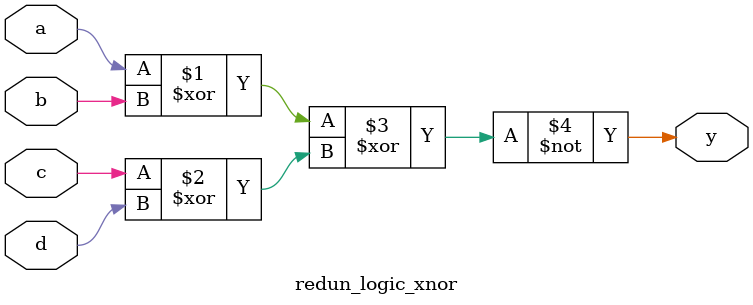
<source format=sv>
module redun_logic_xnor (a, b, c, d, y);
    input a, b, c, d;
    output y;

    assign y = ~( (a ^ b) ^ (c ^ d) );
endmodule
</source>
